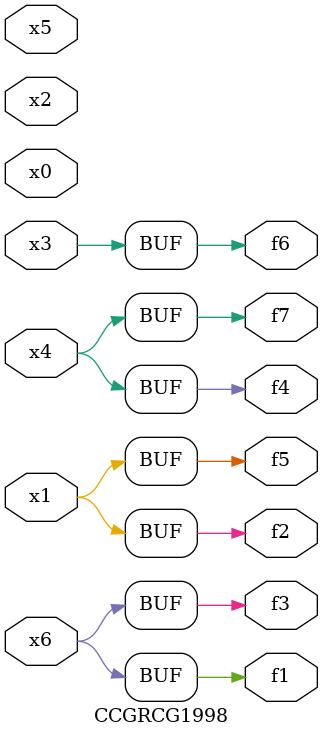
<source format=v>
module CCGRCG1998(
	input x0, x1, x2, x3, x4, x5, x6,
	output f1, f2, f3, f4, f5, f6, f7
);
	assign f1 = x6;
	assign f2 = x1;
	assign f3 = x6;
	assign f4 = x4;
	assign f5 = x1;
	assign f6 = x3;
	assign f7 = x4;
endmodule

</source>
